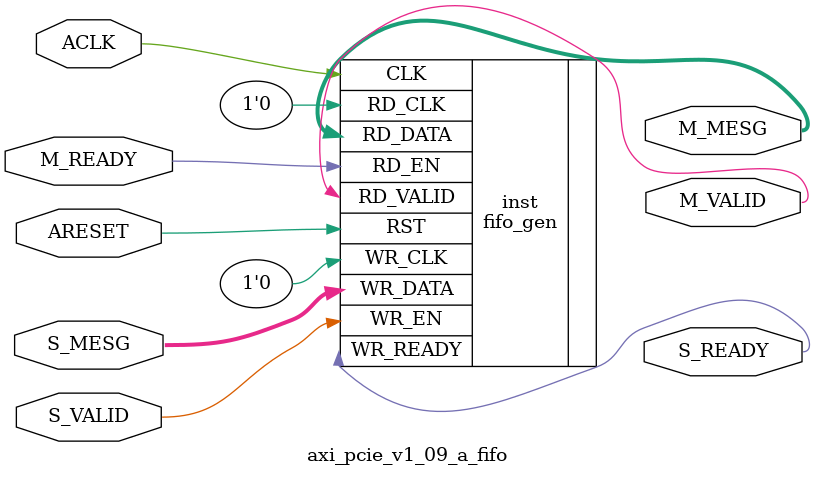
<source format=v>
`timescale 1ns/100ps


module axi_pcie_v1_09_a_fifo #
  (
   parameter         C_FAMILY          = "virtex6",
   parameter integer C_FIFO_DEPTH_LOG  = 5,      // FIFO depth = 2**C_FIFO_DEPTH_LOG
                                                 // Range = [5:9] when TYPE="lut",
                                                 // Range = [5:12] when TYPE="bram",
   parameter integer C_FIFO_WIDTH      = 64,     // Width of payload [1:512]
   parameter         C_FIFO_TYPE       = "lut"   // "lut" = LUT (SRL) based,
                                                 // "bram" = BRAM based
   )
  (
   // Global inputs
   input  wire                        ACLK,    // Clock
   input  wire                        ARESET,  // Reset
   // Slave  Port
   input  wire [C_FIFO_WIDTH-1:0]     S_MESG,  // Payload (may be any set of channel signals)
   input  wire                        S_VALID, // FIFO push
   output wire                        S_READY, // FIFO not full
   // Master  Port
   output wire [C_FIFO_WIDTH-1:0]     M_MESG,  // Payload
   output wire                        M_VALID, // FIFO not empty
   input  wire                        M_READY  // FIFO pop
   );

   fifo_gen #(
     .C_FAMILY(C_FAMILY),
     .C_COMMON_CLOCK(1),
     .C_FIFO_DEPTH_LOG(C_FIFO_DEPTH_LOG),
     .C_FIFO_WIDTH(C_FIFO_WIDTH),
     .C_FIFO_TYPE(C_FIFO_TYPE))
   inst (
     .CLK(ACLK),
     .RST(ARESET),
     .WR_CLK(1'b0),
     .WR_EN(S_VALID),
     .WR_READY(S_READY),
     .WR_DATA(S_MESG),
     .RD_CLK(1'b0),
     .RD_EN(M_READY),
     .RD_VALID(M_VALID),
     .RD_DATA(M_MESG));

endmodule

</source>
